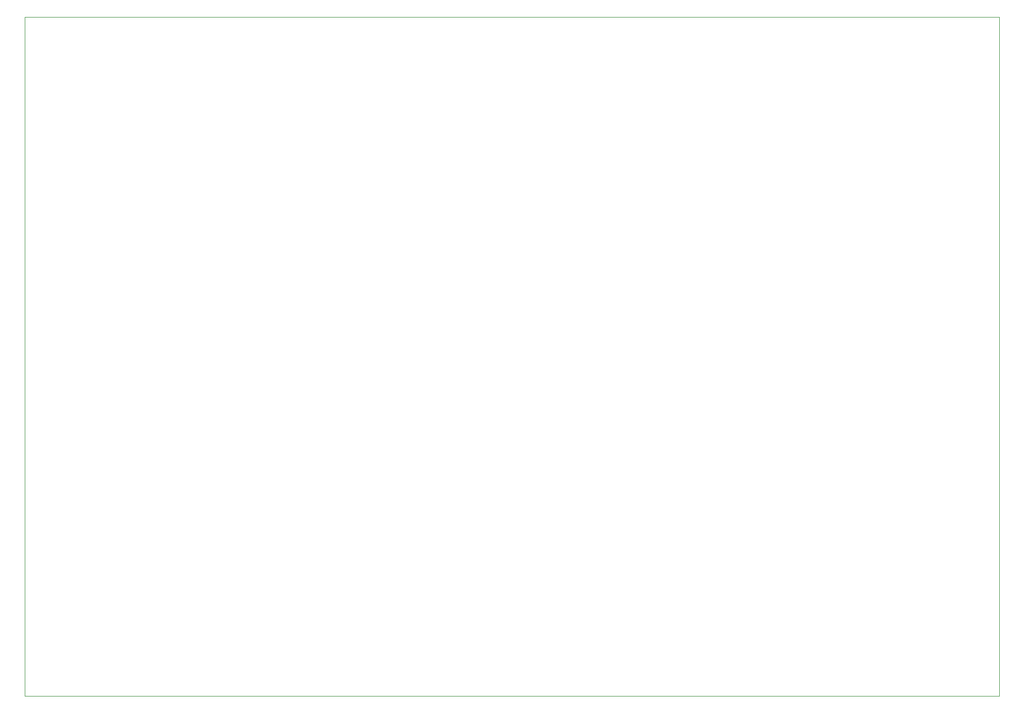
<source format=gbr>
%TF.GenerationSoftware,KiCad,Pcbnew,(5.1.9)-1*%
%TF.CreationDate,2021-05-13T14:47:52+02:00*%
%TF.ProjectId,AR2ISS_AntCTL_HW,41523249-5353-45f4-916e-7443544c5f48,rev?*%
%TF.SameCoordinates,PX2625a00PY8f0d180*%
%TF.FileFunction,Profile,NP*%
%FSLAX46Y46*%
G04 Gerber Fmt 4.6, Leading zero omitted, Abs format (unit mm)*
G04 Created by KiCad (PCBNEW (5.1.9)-1) date 2021-05-13 14:47:52*
%MOMM*%
%LPD*%
G01*
G04 APERTURE LIST*
%TA.AperFunction,Profile*%
%ADD10C,0.050000*%
%TD*%
G04 APERTURE END LIST*
D10*
X160000000Y111500000D02*
X160000000Y0D01*
X0Y0D02*
X0Y111500000D01*
X160000000Y111500000D02*
X0Y111500000D01*
X0Y0D02*
X160000000Y0D01*
M02*

</source>
